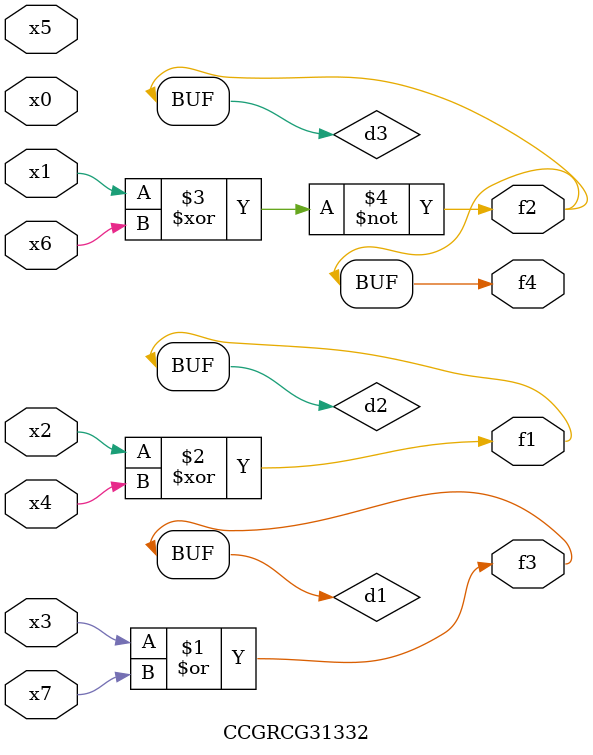
<source format=v>
module CCGRCG31332(
	input x0, x1, x2, x3, x4, x5, x6, x7,
	output f1, f2, f3, f4
);

	wire d1, d2, d3;

	or (d1, x3, x7);
	xor (d2, x2, x4);
	xnor (d3, x1, x6);
	assign f1 = d2;
	assign f2 = d3;
	assign f3 = d1;
	assign f4 = d3;
endmodule

</source>
